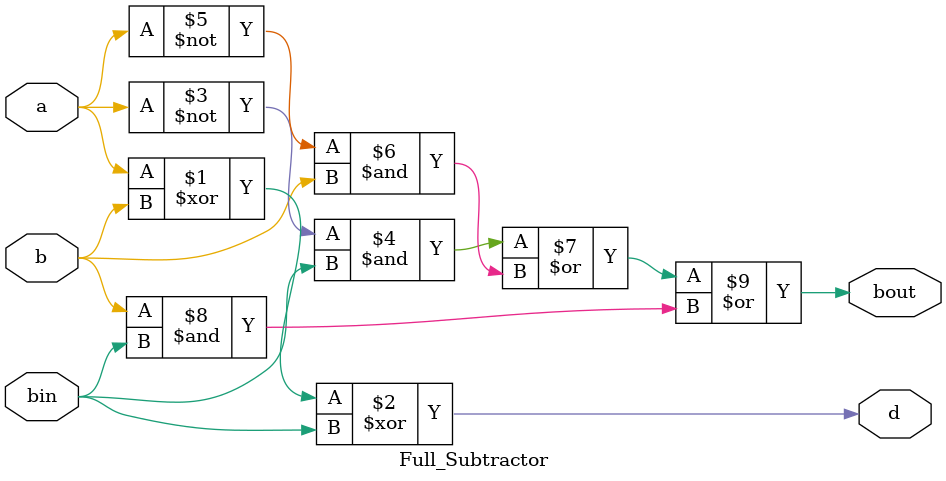
<source format=sv>
`timescale 1ns / 1ps

module Full_Subtractor(a,b,bin,d,bout

    );
    input logic a,b,bin;
    output logic d,bout;
    assign d=a^b^bin;
    assign bout=(~a&bin)|(~a&b)|(b&bin);
endmodule

</source>
